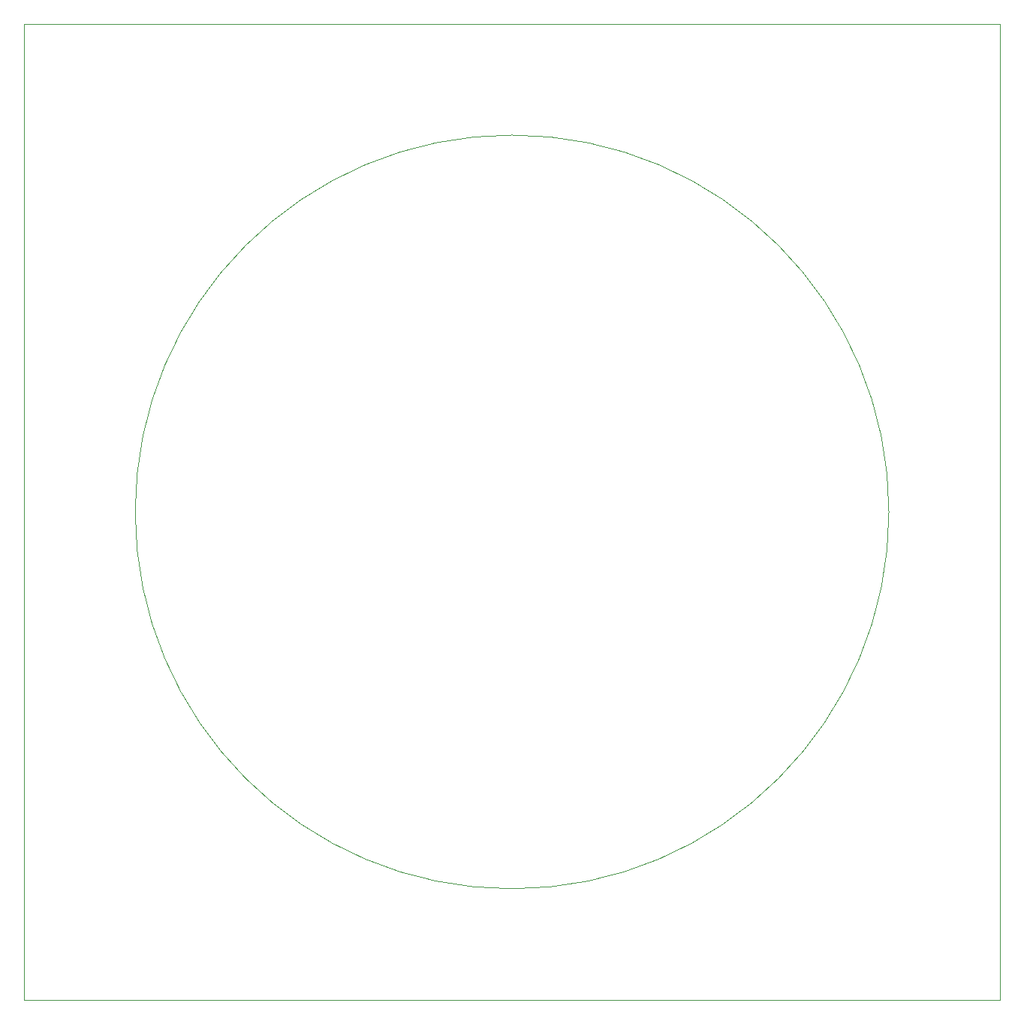
<source format=gm1>
G04*
G04 #@! TF.GenerationSoftware,Altium Limited,Altium Designer,25.5.2 (35)*
G04*
G04 Layer_Color=16711935*
%FSLAX44Y44*%
%MOMM*%
G71*
G04*
G04 #@! TF.SameCoordinates,8A654A5C-3E12-430A-ABCF-1B3DB706FCA7*
G04*
G04*
G04 #@! TF.FilePolarity,Positive*
G04*
G01*
G75*
%ADD15C,0.0010*%
%ADD16C,0.0001*%
D15*
X425000Y0D02*
G03*
X425000Y0I-425000J0D01*
G01*
D16*
X-550000Y550000D02*
X-550000Y-550000D01*
X-550000Y550000D02*
X550000D01*
X550000Y-550000D01*
X-550000D02*
X550000D01*
M02*

</source>
